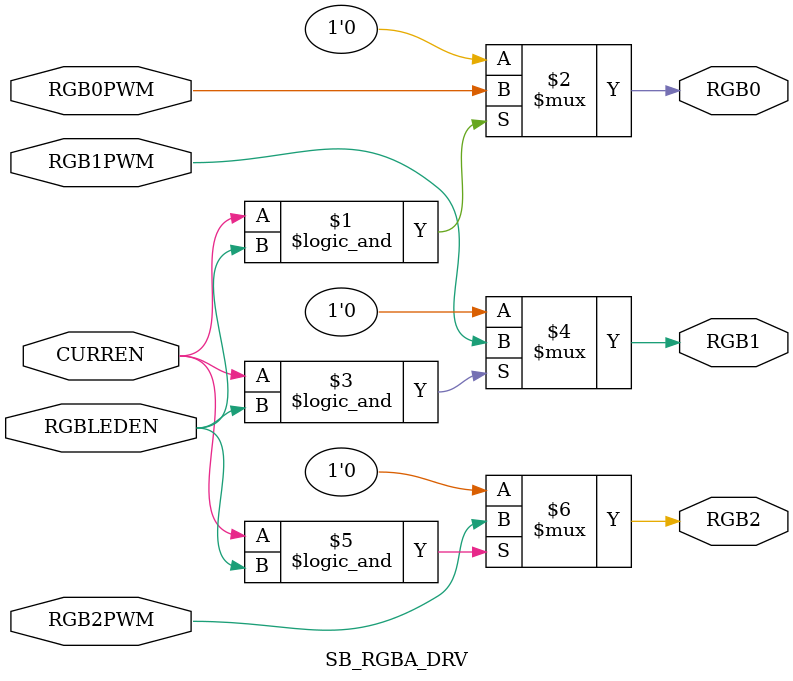
<source format=v>
module SB_RGBA_DRV(
        input CURREN,
        input RGBLEDEN,
        input RGB0PWM,
        input RGB1PWM,
        input RGB2PWM,
        output RGB0,
        output RGB1,
        output RGB2
);
parameter CURRENT_MODE = "0b0";
parameter RGB0_CURRENT = "0b000000";
parameter RGB1_CURRENT = "0b000000";
parameter RGB2_CURRENT = "0b000000";
    assign RGB0 = (CURREN && RGBLEDEN) ? RGB0PWM : 1'b0;
    assign RGB1 = (CURREN && RGBLEDEN) ? RGB1PWM : 1'b0;
    assign RGB2 = (CURREN && RGBLEDEN) ? RGB2PWM : 1'b0;
endmodule
</source>
